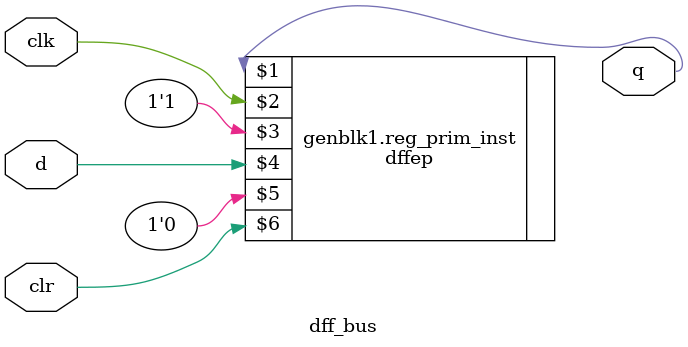
<source format=v>


// MODEL BEGIN
module pipeline_internal_fv (
// INTERFACE BEGIN
	clk,         // clock
	ena,         // clock enable
	clr,         // async clear
	d,           // data in
	piped        // output
);
// INTERFACE END
//// top level parameters ////
parameter data_width = 1;
parameter latency = 1;
//// port declarations ////

// data input ports
input  [data_width - 1 : 0] d;

// control signals
input clk,ena,clr;

// output ports
output [data_width - 1 : 0] piped;

wire [data_width-1 : 0] out;
wire [data_width*(latency-1) : 1] t;
wire [data_width*latency-1 : 0] d_w;

assign piped = out;

//// nets/registers ////

// IMPLEMENTATION BEGIN
generate
if(latency==0) begin
	assign out = d;
end
else if(latency==1) begin
	assign d_w = ena? d : out;
	dff_bus #(data_width) p (.q(out), .clk(clk), .d(d_w), .clr(clr));
end
else begin
	assign d_w = ena? {t,d} : {out,t};
	dff_bus #(data_width) p[1:latency] (.q({out,t}), .clk(clk), .d(d_w), .clr(clr));
end
endgenerate
// IMPLEMENTATION END
endmodule
// MODEL END

module dff_bus (q, clk, d, clr);
parameter data_width = 1;
input [data_width-1 : 0] d;
input clk, clr;
output [data_width-1 : 0] q;

generate 
if(data_width==1) begin
	dffep reg_prim_inst (q,clk,1'b1,d,1'b0,clr);
end 
else begin
	dffep reg_prim_inst[data_width-1:0] (q,clk,1'b1,d,1'b0,clr);
end
endgenerate
endmodule


</source>
